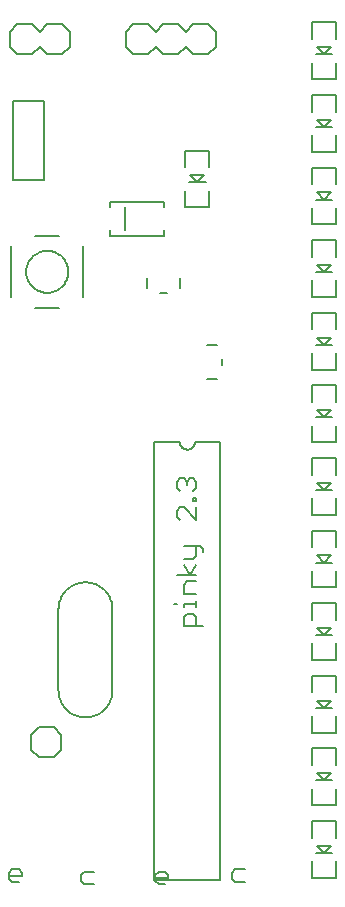
<source format=gto>
G75*
G70*
%OFA0B0*%
%FSLAX24Y24*%
%IPPOS*%
%LPD*%
%AMOC8*
5,1,8,0,0,1.08239X$1,22.5*
%
%ADD10C,0.0060*%
%ADD11C,0.0080*%
%ADD12C,0.0050*%
D10*
X001280Y000545D02*
X001280Y000759D01*
X001387Y000865D01*
X001600Y000865D01*
X001707Y000759D01*
X001707Y000652D01*
X001280Y000652D01*
X001280Y000545D02*
X001387Y000438D01*
X001600Y000438D01*
X003680Y000470D02*
X003787Y000363D01*
X004107Y000363D01*
X004107Y000790D02*
X003787Y000790D01*
X003680Y000684D01*
X003680Y000470D01*
X006125Y000508D02*
X008325Y000508D01*
X008325Y015108D01*
X007475Y015108D01*
X007473Y015078D01*
X007468Y015048D01*
X007459Y015019D01*
X007446Y014992D01*
X007431Y014966D01*
X007412Y014942D01*
X007391Y014921D01*
X007367Y014902D01*
X007341Y014887D01*
X007314Y014874D01*
X007285Y014865D01*
X007255Y014860D01*
X007225Y014858D01*
X007195Y014860D01*
X007165Y014865D01*
X007136Y014874D01*
X007109Y014887D01*
X007083Y014902D01*
X007059Y014921D01*
X007038Y014942D01*
X007019Y014966D01*
X007004Y014992D01*
X006991Y015019D01*
X006982Y015048D01*
X006977Y015078D01*
X006975Y015108D01*
X006125Y015108D01*
X006125Y000508D01*
X006155Y000470D02*
X006155Y000684D01*
X006262Y000790D01*
X006475Y000790D01*
X006582Y000684D01*
X006582Y000577D01*
X006155Y000577D01*
X006155Y000470D02*
X006262Y000363D01*
X006475Y000363D01*
X008705Y000545D02*
X008812Y000438D01*
X009132Y000438D01*
X009132Y000865D02*
X008812Y000865D01*
X008705Y000759D01*
X008705Y000545D01*
X007734Y008963D02*
X007093Y008963D01*
X007093Y009284D01*
X007200Y009390D01*
X007413Y009390D01*
X007520Y009284D01*
X007520Y008963D01*
X007520Y009608D02*
X007520Y009821D01*
X007520Y009715D02*
X007093Y009715D01*
X007093Y009608D01*
X006879Y009715D02*
X006773Y009715D01*
X007093Y010038D02*
X007093Y010358D01*
X007200Y010465D01*
X007520Y010465D01*
X007520Y010682D02*
X006879Y010682D01*
X007093Y011002D02*
X007306Y010682D01*
X007520Y011002D01*
X007413Y011219D02*
X007093Y011219D01*
X007413Y011219D02*
X007520Y011326D01*
X007520Y011646D01*
X007627Y011646D02*
X007734Y011540D01*
X007734Y011433D01*
X007627Y011646D02*
X007093Y011646D01*
X006986Y012508D02*
X006879Y012615D01*
X006879Y012829D01*
X006986Y012935D01*
X007093Y012935D01*
X007520Y012508D01*
X007520Y012935D01*
X007520Y013153D02*
X007520Y013260D01*
X007413Y013260D01*
X007413Y013153D01*
X007520Y013153D01*
X007413Y013475D02*
X007520Y013582D01*
X007520Y013795D01*
X007413Y013902D01*
X007306Y013902D01*
X007200Y013795D01*
X007200Y013689D01*
X007200Y013795D02*
X007093Y013902D01*
X006986Y013902D01*
X006879Y013795D01*
X006879Y013582D01*
X006986Y013475D01*
X007093Y010038D02*
X007520Y010038D01*
D11*
X004725Y009533D02*
X004725Y006833D01*
X004723Y006774D01*
X004717Y006716D01*
X004708Y006657D01*
X004694Y006600D01*
X004677Y006544D01*
X004656Y006489D01*
X004632Y006435D01*
X004604Y006383D01*
X004573Y006333D01*
X004539Y006285D01*
X004502Y006240D01*
X004461Y006197D01*
X004418Y006156D01*
X004373Y006119D01*
X004325Y006085D01*
X004275Y006054D01*
X004223Y006026D01*
X004169Y006002D01*
X004114Y005981D01*
X004058Y005964D01*
X004001Y005950D01*
X003942Y005941D01*
X003884Y005935D01*
X003825Y005933D01*
X003766Y005935D01*
X003708Y005941D01*
X003649Y005950D01*
X003592Y005964D01*
X003536Y005981D01*
X003481Y006002D01*
X003427Y006026D01*
X003375Y006054D01*
X003325Y006085D01*
X003277Y006119D01*
X003232Y006156D01*
X003189Y006197D01*
X003148Y006240D01*
X003111Y006285D01*
X003077Y006333D01*
X003046Y006383D01*
X003018Y006435D01*
X002994Y006489D01*
X002973Y006544D01*
X002956Y006600D01*
X002942Y006657D01*
X002933Y006716D01*
X002927Y006774D01*
X002925Y006833D01*
X002925Y009533D01*
X002927Y009592D01*
X002933Y009650D01*
X002942Y009709D01*
X002956Y009766D01*
X002973Y009822D01*
X002994Y009877D01*
X003018Y009931D01*
X003046Y009983D01*
X003077Y010033D01*
X003111Y010081D01*
X003148Y010126D01*
X003189Y010169D01*
X003232Y010210D01*
X003277Y010247D01*
X003325Y010281D01*
X003375Y010312D01*
X003427Y010340D01*
X003481Y010364D01*
X003536Y010385D01*
X003592Y010402D01*
X003649Y010416D01*
X003708Y010425D01*
X003766Y010431D01*
X003825Y010433D01*
X003884Y010431D01*
X003942Y010425D01*
X004001Y010416D01*
X004058Y010402D01*
X004114Y010385D01*
X004169Y010364D01*
X004223Y010340D01*
X004275Y010312D01*
X004325Y010281D01*
X004373Y010247D01*
X004418Y010210D01*
X004461Y010169D01*
X004502Y010126D01*
X004539Y010081D01*
X004573Y010033D01*
X004604Y009983D01*
X004632Y009931D01*
X004656Y009877D01*
X004677Y009822D01*
X004694Y009766D01*
X004708Y009709D01*
X004717Y009650D01*
X004723Y009592D01*
X004725Y009533D01*
X002775Y005608D02*
X002275Y005608D01*
X002025Y005358D01*
X002025Y004858D01*
X002275Y004608D01*
X002775Y004608D01*
X003025Y004858D01*
X003025Y005358D01*
X002775Y005608D01*
X011381Y005428D02*
X011381Y005980D01*
X011499Y006255D02*
X011775Y006255D01*
X011539Y006491D01*
X012011Y006491D01*
X011775Y006255D01*
X012051Y006255D01*
X012169Y005980D02*
X012169Y005428D01*
X011381Y005428D01*
X011381Y004898D02*
X011381Y004347D01*
X011539Y004071D02*
X011775Y003835D01*
X012011Y004071D01*
X011539Y004071D01*
X011499Y003835D02*
X011775Y003835D01*
X012051Y003835D01*
X012169Y003560D02*
X012169Y003008D01*
X011381Y003008D01*
X011381Y003560D01*
X011381Y002478D02*
X011381Y001927D01*
X011539Y001651D02*
X011775Y001415D01*
X012011Y001651D01*
X011539Y001651D01*
X011499Y001415D02*
X011775Y001415D01*
X012051Y001415D01*
X012169Y001140D02*
X012169Y000588D01*
X011381Y000588D01*
X011381Y001140D01*
X012169Y001927D02*
X012169Y002478D01*
X011381Y002478D01*
X012169Y004347D02*
X012169Y004898D01*
X011381Y004898D01*
X011381Y006767D02*
X011381Y007318D01*
X012169Y007318D01*
X012169Y006767D01*
X012169Y007848D02*
X011381Y007848D01*
X011381Y008400D01*
X011499Y008675D02*
X011775Y008675D01*
X011539Y008911D01*
X012011Y008911D01*
X011775Y008675D01*
X012051Y008675D01*
X012169Y008400D02*
X012169Y007848D01*
X012169Y009187D02*
X012169Y009738D01*
X011381Y009738D01*
X011381Y009187D01*
X011381Y010268D02*
X011381Y010820D01*
X011499Y011095D02*
X011775Y011095D01*
X011539Y011331D01*
X012011Y011331D01*
X011775Y011095D01*
X012051Y011095D01*
X012169Y010820D02*
X012169Y010268D01*
X011381Y010268D01*
X011381Y011607D02*
X011381Y012158D01*
X012169Y012158D01*
X012169Y011607D01*
X012169Y012688D02*
X011381Y012688D01*
X011381Y013240D01*
X011499Y013515D02*
X011775Y013515D01*
X011539Y013751D01*
X012011Y013751D01*
X011775Y013515D01*
X012051Y013515D01*
X012169Y013240D02*
X012169Y012688D01*
X012169Y014027D02*
X012169Y014578D01*
X011381Y014578D01*
X011381Y014027D01*
X011381Y015108D02*
X011381Y015660D01*
X011499Y015935D02*
X011775Y015935D01*
X011539Y016171D01*
X012011Y016171D01*
X011775Y015935D01*
X012051Y015935D01*
X012169Y015660D02*
X012169Y015108D01*
X011381Y015108D01*
X011381Y016447D02*
X011381Y016998D01*
X012169Y016998D01*
X012169Y016447D01*
X012169Y017528D02*
X011381Y017528D01*
X011381Y018080D01*
X011499Y018355D02*
X011775Y018355D01*
X011539Y018591D01*
X012011Y018591D01*
X011775Y018355D01*
X012051Y018355D01*
X012169Y018080D02*
X012169Y017528D01*
X012169Y018867D02*
X012169Y019418D01*
X011381Y019418D01*
X011381Y018867D01*
X011381Y019948D02*
X011381Y020500D01*
X011499Y020775D02*
X011775Y020775D01*
X011539Y021011D01*
X012011Y021011D01*
X011775Y020775D01*
X012051Y020775D01*
X012169Y020500D02*
X012169Y019948D01*
X011381Y019948D01*
X011381Y021287D02*
X011381Y021838D01*
X012169Y021838D01*
X012169Y021287D01*
X012169Y022368D02*
X011381Y022368D01*
X011381Y022920D01*
X011499Y023195D02*
X011775Y023195D01*
X011539Y023431D01*
X012011Y023431D01*
X011775Y023195D01*
X012051Y023195D01*
X012169Y022920D02*
X012169Y022368D01*
X012169Y023707D02*
X012169Y024258D01*
X011381Y024258D01*
X011381Y023707D01*
X011381Y024788D02*
X011381Y025340D01*
X011499Y025615D02*
X011775Y025615D01*
X011539Y025851D01*
X012011Y025851D01*
X011775Y025615D01*
X012051Y025615D01*
X012169Y025340D02*
X012169Y024788D01*
X011381Y024788D01*
X011381Y026127D02*
X011381Y026678D01*
X012169Y026678D01*
X012169Y026127D01*
X012169Y027208D02*
X011381Y027208D01*
X011381Y027760D01*
X011499Y028035D02*
X011775Y028035D01*
X011539Y028271D01*
X012011Y028271D01*
X011775Y028035D01*
X012051Y028035D01*
X012169Y027760D02*
X012169Y027208D01*
X012169Y028547D02*
X012169Y029098D01*
X011381Y029098D01*
X011381Y028547D01*
X008175Y028783D02*
X008175Y028283D01*
X007925Y028033D01*
X007425Y028033D01*
X007175Y028283D01*
X006925Y028033D01*
X006425Y028033D01*
X006175Y028283D01*
X005925Y028033D01*
X005425Y028033D01*
X005175Y028283D01*
X005175Y028783D01*
X005425Y029033D01*
X005925Y029033D01*
X006175Y028783D01*
X006425Y029033D01*
X006925Y029033D01*
X007175Y028783D01*
X007425Y029033D01*
X007925Y029033D01*
X008175Y028783D01*
X003300Y028783D02*
X003300Y028283D01*
X003050Y028033D01*
X002550Y028033D01*
X002300Y028283D01*
X002050Y028033D01*
X001550Y028033D01*
X001300Y028283D01*
X001300Y028783D01*
X001550Y029033D01*
X002050Y029033D01*
X002300Y028783D01*
X002550Y029033D01*
X003050Y029033D01*
X003300Y028783D01*
X007156Y024828D02*
X007156Y024277D01*
X007314Y024001D02*
X007550Y023765D01*
X007786Y024001D01*
X007314Y024001D01*
X007274Y023765D02*
X007550Y023765D01*
X007826Y023765D01*
X007944Y023490D02*
X007944Y022938D01*
X007156Y022938D01*
X007156Y023490D01*
X006456Y023129D02*
X006456Y022952D01*
X006456Y023129D02*
X004644Y023129D01*
X004644Y022952D01*
X005156Y022952D02*
X005156Y022165D01*
X004644Y022165D02*
X004644Y021987D01*
X006456Y021987D01*
X006456Y022165D01*
X006985Y020577D02*
X006985Y020239D01*
X006531Y020089D02*
X006319Y020089D01*
X005865Y020239D02*
X005865Y020577D01*
X003750Y019933D02*
X003750Y021633D01*
X002955Y021983D02*
X002150Y021983D01*
X001350Y021633D02*
X001350Y019933D01*
X002150Y019583D02*
X002943Y019583D01*
X001850Y020783D02*
X001852Y020835D01*
X001858Y020887D01*
X001868Y020939D01*
X001881Y020989D01*
X001898Y021039D01*
X001919Y021087D01*
X001944Y021133D01*
X001972Y021177D01*
X002003Y021219D01*
X002037Y021259D01*
X002074Y021296D01*
X002114Y021330D01*
X002156Y021361D01*
X002200Y021389D01*
X002246Y021414D01*
X002294Y021435D01*
X002344Y021452D01*
X002394Y021465D01*
X002446Y021475D01*
X002498Y021481D01*
X002550Y021483D01*
X002602Y021481D01*
X002654Y021475D01*
X002706Y021465D01*
X002756Y021452D01*
X002806Y021435D01*
X002854Y021414D01*
X002900Y021389D01*
X002944Y021361D01*
X002986Y021330D01*
X003026Y021296D01*
X003063Y021259D01*
X003097Y021219D01*
X003128Y021177D01*
X003156Y021133D01*
X003181Y021087D01*
X003202Y021039D01*
X003219Y020989D01*
X003232Y020939D01*
X003242Y020887D01*
X003248Y020835D01*
X003250Y020783D01*
X003248Y020731D01*
X003242Y020679D01*
X003232Y020627D01*
X003219Y020577D01*
X003202Y020527D01*
X003181Y020479D01*
X003156Y020433D01*
X003128Y020389D01*
X003097Y020347D01*
X003063Y020307D01*
X003026Y020270D01*
X002986Y020236D01*
X002944Y020205D01*
X002900Y020177D01*
X002854Y020152D01*
X002806Y020131D01*
X002756Y020114D01*
X002706Y020101D01*
X002654Y020091D01*
X002602Y020085D01*
X002550Y020083D01*
X002498Y020085D01*
X002446Y020091D01*
X002394Y020101D01*
X002344Y020114D01*
X002294Y020131D01*
X002246Y020152D01*
X002200Y020177D01*
X002156Y020205D01*
X002114Y020236D01*
X002074Y020270D01*
X002037Y020307D01*
X002003Y020347D01*
X001972Y020389D01*
X001944Y020433D01*
X001919Y020479D01*
X001898Y020527D01*
X001881Y020577D01*
X001868Y020627D01*
X001858Y020679D01*
X001852Y020731D01*
X001850Y020783D01*
X007156Y024828D02*
X007944Y024828D01*
X007944Y024277D01*
X007881Y018343D02*
X008219Y018343D01*
X008369Y017889D02*
X008369Y017678D01*
X008219Y017223D02*
X007881Y017223D01*
D12*
X002437Y023839D02*
X001413Y023839D01*
X001413Y026477D01*
X002437Y026477D01*
X002437Y023839D01*
M02*

</source>
